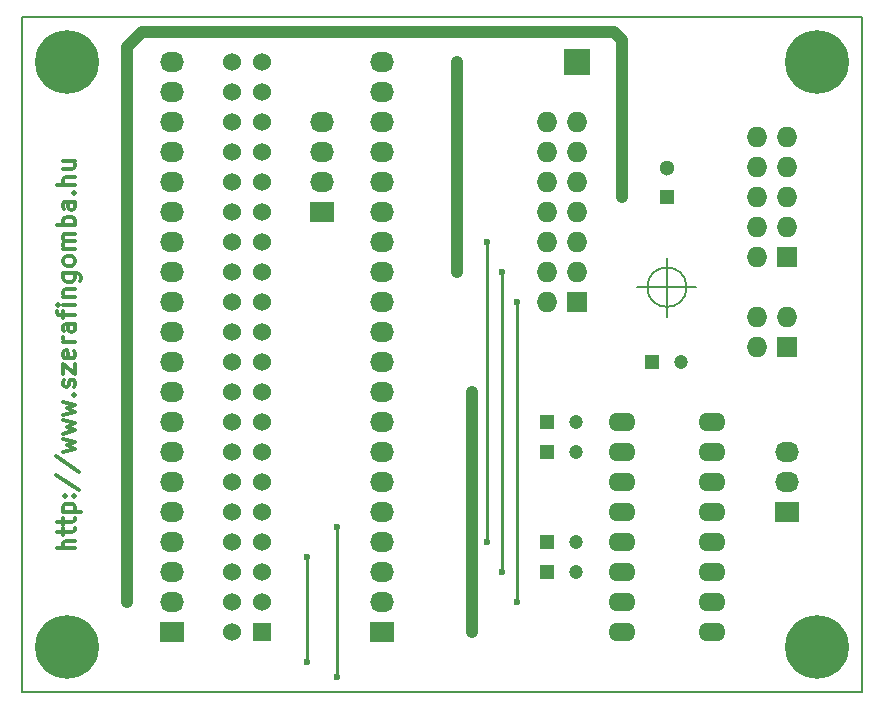
<source format=gbr>
G04 #@! TF.FileFunction,Copper,L1,Top,Signal*
%FSLAX46Y46*%
G04 Gerber Fmt 4.6, Leading zero omitted, Abs format (unit mm)*
G04 Created by KiCad (PCBNEW 4.0.5+dfsg1-4) date Sun Oct  6 15:56:16 2019*
%MOMM*%
%LPD*%
G01*
G04 APERTURE LIST*
%ADD10C,0.150000*%
%ADD11C,0.300000*%
%ADD12C,5.400000*%
%ADD13R,1.524000X1.524000*%
%ADD14C,1.524000*%
%ADD15R,2.032000X1.727200*%
%ADD16O,2.032000X1.727200*%
%ADD17O,2.300000X1.600000*%
%ADD18C,1.300000*%
%ADD19R,1.300000X1.300000*%
%ADD20R,1.200000X1.200000*%
%ADD21C,1.200000*%
%ADD22R,1.727200X1.727200*%
%ADD23O,1.727200X1.727200*%
%ADD24R,2.235200X2.235200*%
%ADD25C,0.600000*%
%ADD26C,1.000000*%
%ADD27C,0.250000*%
%ADD28C,0.500000*%
G04 APERTURE END LIST*
D10*
X156606666Y-93980000D02*
G75*
G03X156606666Y-93980000I-1666666J0D01*
G01*
X152440000Y-93980000D02*
X157440000Y-93980000D01*
X154940000Y-91480000D02*
X154940000Y-96480000D01*
D11*
X104818571Y-116087859D02*
X103318571Y-116087859D01*
X104818571Y-115445002D02*
X104032857Y-115445002D01*
X103890000Y-115516431D01*
X103818571Y-115659288D01*
X103818571Y-115873573D01*
X103890000Y-116016431D01*
X103961429Y-116087859D01*
X103818571Y-114945002D02*
X103818571Y-114373573D01*
X103318571Y-114730716D02*
X104604286Y-114730716D01*
X104747143Y-114659288D01*
X104818571Y-114516430D01*
X104818571Y-114373573D01*
X103818571Y-114087859D02*
X103818571Y-113516430D01*
X103318571Y-113873573D02*
X104604286Y-113873573D01*
X104747143Y-113802145D01*
X104818571Y-113659287D01*
X104818571Y-113516430D01*
X103818571Y-113016430D02*
X105318571Y-113016430D01*
X103890000Y-113016430D02*
X103818571Y-112873573D01*
X103818571Y-112587859D01*
X103890000Y-112445002D01*
X103961429Y-112373573D01*
X104104286Y-112302144D01*
X104532857Y-112302144D01*
X104675714Y-112373573D01*
X104747143Y-112445002D01*
X104818571Y-112587859D01*
X104818571Y-112873573D01*
X104747143Y-113016430D01*
X104675714Y-111659287D02*
X104747143Y-111587859D01*
X104818571Y-111659287D01*
X104747143Y-111730716D01*
X104675714Y-111659287D01*
X104818571Y-111659287D01*
X103890000Y-111659287D02*
X103961429Y-111587859D01*
X104032857Y-111659287D01*
X103961429Y-111730716D01*
X103890000Y-111659287D01*
X104032857Y-111659287D01*
X103247143Y-109873573D02*
X105175714Y-111159287D01*
X103247143Y-108302144D02*
X105175714Y-109587858D01*
X103818571Y-107945000D02*
X104818571Y-107659286D01*
X104104286Y-107373572D01*
X104818571Y-107087857D01*
X103818571Y-106802143D01*
X103818571Y-106373571D02*
X104818571Y-106087857D01*
X104104286Y-105802143D01*
X104818571Y-105516428D01*
X103818571Y-105230714D01*
X103818571Y-104802142D02*
X104818571Y-104516428D01*
X104104286Y-104230714D01*
X104818571Y-103944999D01*
X103818571Y-103659285D01*
X104675714Y-103087856D02*
X104747143Y-103016428D01*
X104818571Y-103087856D01*
X104747143Y-103159285D01*
X104675714Y-103087856D01*
X104818571Y-103087856D01*
X104747143Y-102444999D02*
X104818571Y-102302142D01*
X104818571Y-102016427D01*
X104747143Y-101873570D01*
X104604286Y-101802142D01*
X104532857Y-101802142D01*
X104390000Y-101873570D01*
X104318571Y-102016427D01*
X104318571Y-102230713D01*
X104247143Y-102373570D01*
X104104286Y-102444999D01*
X104032857Y-102444999D01*
X103890000Y-102373570D01*
X103818571Y-102230713D01*
X103818571Y-102016427D01*
X103890000Y-101873570D01*
X103818571Y-101302141D02*
X103818571Y-100516427D01*
X104818571Y-101302141D01*
X104818571Y-100516427D01*
X104747143Y-99373570D02*
X104818571Y-99516427D01*
X104818571Y-99802141D01*
X104747143Y-99944998D01*
X104604286Y-100016427D01*
X104032857Y-100016427D01*
X103890000Y-99944998D01*
X103818571Y-99802141D01*
X103818571Y-99516427D01*
X103890000Y-99373570D01*
X104032857Y-99302141D01*
X104175714Y-99302141D01*
X104318571Y-100016427D01*
X104818571Y-98659284D02*
X103818571Y-98659284D01*
X104104286Y-98659284D02*
X103961429Y-98587856D01*
X103890000Y-98516427D01*
X103818571Y-98373570D01*
X103818571Y-98230713D01*
X104818571Y-97087856D02*
X104032857Y-97087856D01*
X103890000Y-97159285D01*
X103818571Y-97302142D01*
X103818571Y-97587856D01*
X103890000Y-97730713D01*
X104747143Y-97087856D02*
X104818571Y-97230713D01*
X104818571Y-97587856D01*
X104747143Y-97730713D01*
X104604286Y-97802142D01*
X104461429Y-97802142D01*
X104318571Y-97730713D01*
X104247143Y-97587856D01*
X104247143Y-97230713D01*
X104175714Y-97087856D01*
X103818571Y-96587856D02*
X103818571Y-96016427D01*
X104818571Y-96373570D02*
X103532857Y-96373570D01*
X103390000Y-96302142D01*
X103318571Y-96159284D01*
X103318571Y-96016427D01*
X104818571Y-95516427D02*
X103818571Y-95516427D01*
X103318571Y-95516427D02*
X103390000Y-95587856D01*
X103461429Y-95516427D01*
X103390000Y-95444999D01*
X103318571Y-95516427D01*
X103461429Y-95516427D01*
X103818571Y-94802141D02*
X104818571Y-94802141D01*
X103961429Y-94802141D02*
X103890000Y-94730713D01*
X103818571Y-94587855D01*
X103818571Y-94373570D01*
X103890000Y-94230713D01*
X104032857Y-94159284D01*
X104818571Y-94159284D01*
X103818571Y-92802141D02*
X105032857Y-92802141D01*
X105175714Y-92873570D01*
X105247143Y-92944998D01*
X105318571Y-93087855D01*
X105318571Y-93302141D01*
X105247143Y-93444998D01*
X104747143Y-92802141D02*
X104818571Y-92944998D01*
X104818571Y-93230712D01*
X104747143Y-93373570D01*
X104675714Y-93444998D01*
X104532857Y-93516427D01*
X104104286Y-93516427D01*
X103961429Y-93444998D01*
X103890000Y-93373570D01*
X103818571Y-93230712D01*
X103818571Y-92944998D01*
X103890000Y-92802141D01*
X104818571Y-91873569D02*
X104747143Y-92016427D01*
X104675714Y-92087855D01*
X104532857Y-92159284D01*
X104104286Y-92159284D01*
X103961429Y-92087855D01*
X103890000Y-92016427D01*
X103818571Y-91873569D01*
X103818571Y-91659284D01*
X103890000Y-91516427D01*
X103961429Y-91444998D01*
X104104286Y-91373569D01*
X104532857Y-91373569D01*
X104675714Y-91444998D01*
X104747143Y-91516427D01*
X104818571Y-91659284D01*
X104818571Y-91873569D01*
X104818571Y-90730712D02*
X103818571Y-90730712D01*
X103961429Y-90730712D02*
X103890000Y-90659284D01*
X103818571Y-90516426D01*
X103818571Y-90302141D01*
X103890000Y-90159284D01*
X104032857Y-90087855D01*
X104818571Y-90087855D01*
X104032857Y-90087855D02*
X103890000Y-90016426D01*
X103818571Y-89873569D01*
X103818571Y-89659284D01*
X103890000Y-89516426D01*
X104032857Y-89444998D01*
X104818571Y-89444998D01*
X104818571Y-88730712D02*
X103318571Y-88730712D01*
X103890000Y-88730712D02*
X103818571Y-88587855D01*
X103818571Y-88302141D01*
X103890000Y-88159284D01*
X103961429Y-88087855D01*
X104104286Y-88016426D01*
X104532857Y-88016426D01*
X104675714Y-88087855D01*
X104747143Y-88159284D01*
X104818571Y-88302141D01*
X104818571Y-88587855D01*
X104747143Y-88730712D01*
X104818571Y-86730712D02*
X104032857Y-86730712D01*
X103890000Y-86802141D01*
X103818571Y-86944998D01*
X103818571Y-87230712D01*
X103890000Y-87373569D01*
X104747143Y-86730712D02*
X104818571Y-86873569D01*
X104818571Y-87230712D01*
X104747143Y-87373569D01*
X104604286Y-87444998D01*
X104461429Y-87444998D01*
X104318571Y-87373569D01*
X104247143Y-87230712D01*
X104247143Y-86873569D01*
X104175714Y-86730712D01*
X104675714Y-86016426D02*
X104747143Y-85944998D01*
X104818571Y-86016426D01*
X104747143Y-86087855D01*
X104675714Y-86016426D01*
X104818571Y-86016426D01*
X104818571Y-85302140D02*
X103318571Y-85302140D01*
X104818571Y-84659283D02*
X104032857Y-84659283D01*
X103890000Y-84730712D01*
X103818571Y-84873569D01*
X103818571Y-85087854D01*
X103890000Y-85230712D01*
X103961429Y-85302140D01*
X103818571Y-83302140D02*
X104818571Y-83302140D01*
X103818571Y-83944997D02*
X104604286Y-83944997D01*
X104747143Y-83873569D01*
X104818571Y-83730711D01*
X104818571Y-83516426D01*
X104747143Y-83373569D01*
X104675714Y-83302140D01*
D10*
X171450000Y-71120000D02*
X100330000Y-71120000D01*
X171450000Y-128270000D02*
X171450000Y-71120000D01*
X100330000Y-128270000D02*
X171450000Y-128270000D01*
X100330000Y-71120000D02*
X100330000Y-128270000D01*
D12*
X167640000Y-74930000D03*
X104140000Y-74930000D03*
X167640000Y-124460000D03*
X104140000Y-124460000D03*
D13*
X120650000Y-123190000D03*
D14*
X118110000Y-123190000D03*
X120650000Y-110490000D03*
X118110000Y-120650000D03*
X120650000Y-107950000D03*
X118110000Y-118110000D03*
X120650000Y-105410000D03*
X118110000Y-115570000D03*
X120650000Y-102870000D03*
X118110000Y-113030000D03*
X120650000Y-100330000D03*
X118110000Y-110490000D03*
X120650000Y-97790000D03*
X118110000Y-107950000D03*
X120650000Y-95250000D03*
X118110000Y-105410000D03*
X120650000Y-92710000D03*
X118110000Y-102870000D03*
X120650000Y-90170000D03*
X118110000Y-100330000D03*
X120650000Y-87630000D03*
X118110000Y-97790000D03*
X120650000Y-85090000D03*
X118110000Y-95250000D03*
X118110000Y-92710000D03*
X120650000Y-82550000D03*
X118110000Y-90170000D03*
X118110000Y-85090000D03*
X118110000Y-82550000D03*
X118110000Y-80010000D03*
X118110000Y-77470000D03*
X120650000Y-80010000D03*
X120650000Y-77470000D03*
X120650000Y-120650000D03*
X120650000Y-118110000D03*
X120650000Y-115570000D03*
X120650000Y-113030000D03*
X120650000Y-74930000D03*
X118110000Y-74930000D03*
X118110000Y-87630000D03*
D15*
X113030000Y-123190000D03*
D16*
X113030000Y-120650000D03*
X113030000Y-118110000D03*
X113030000Y-115570000D03*
X113030000Y-113030000D03*
X113030000Y-110490000D03*
X113030000Y-107950000D03*
X113030000Y-105410000D03*
X113030000Y-102870000D03*
X113030000Y-100330000D03*
X113030000Y-97790000D03*
X113030000Y-95250000D03*
X113030000Y-92710000D03*
X113030000Y-90170000D03*
X113030000Y-87630000D03*
X113030000Y-85090000D03*
X113030000Y-82550000D03*
X113030000Y-80010000D03*
X113030000Y-77470000D03*
X113030000Y-74930000D03*
D15*
X130810000Y-123190000D03*
D16*
X130810000Y-120650000D03*
X130810000Y-118110000D03*
X130810000Y-115570000D03*
X130810000Y-113030000D03*
X130810000Y-110490000D03*
X130810000Y-107950000D03*
X130810000Y-105410000D03*
X130810000Y-102870000D03*
X130810000Y-100330000D03*
X130810000Y-97790000D03*
X130810000Y-95250000D03*
X130810000Y-92710000D03*
X130810000Y-90170000D03*
X130810000Y-87630000D03*
X130810000Y-85090000D03*
X130810000Y-82550000D03*
X130810000Y-80010000D03*
X130810000Y-77470000D03*
X130810000Y-74930000D03*
D15*
X125730000Y-87630000D03*
D16*
X125730000Y-85090000D03*
X125730000Y-82550000D03*
X125730000Y-80010000D03*
D17*
X151130000Y-105410000D03*
X151130000Y-107950000D03*
X151130000Y-110490000D03*
X151130000Y-113030000D03*
X151130000Y-115570000D03*
X151130000Y-118110000D03*
X151130000Y-120650000D03*
X151130000Y-123190000D03*
X158750000Y-123190000D03*
X158750000Y-120650000D03*
X158750000Y-118110000D03*
X158750000Y-115570000D03*
X158750000Y-113030000D03*
X158750000Y-110490000D03*
X158750000Y-107950000D03*
X158750000Y-105410000D03*
D18*
X154940000Y-83860000D03*
D19*
X154940000Y-86360000D03*
D20*
X144780000Y-105410000D03*
D21*
X147280000Y-105410000D03*
D20*
X153670000Y-100330000D03*
D21*
X156170000Y-100330000D03*
D20*
X144780000Y-115570000D03*
D21*
X147280000Y-115570000D03*
D20*
X144780000Y-118110000D03*
D21*
X147280000Y-118110000D03*
D20*
X144780000Y-107950000D03*
D21*
X147280000Y-107950000D03*
D15*
X165100000Y-113030000D03*
D16*
X165100000Y-110490000D03*
X165100000Y-107950000D03*
D22*
X147320000Y-95250000D03*
D23*
X144780000Y-95250000D03*
X147320000Y-92710000D03*
X144780000Y-92710000D03*
X147320000Y-90170000D03*
X144780000Y-90170000D03*
X147320000Y-87630000D03*
X144780000Y-87630000D03*
X147320000Y-85090000D03*
X144780000Y-85090000D03*
X147320000Y-82550000D03*
X144780000Y-82550000D03*
X147320000Y-80010000D03*
X144780000Y-80010000D03*
D22*
X165100000Y-91440000D03*
D23*
X162560000Y-91440000D03*
X165100000Y-88900000D03*
X162560000Y-88900000D03*
X165100000Y-86360000D03*
X162560000Y-86360000D03*
X165100000Y-83820000D03*
X162560000Y-83820000D03*
X165100000Y-81280000D03*
X162560000Y-81280000D03*
D24*
X147320000Y-74930000D03*
D22*
X165100000Y-99060000D03*
D23*
X162560000Y-99060000D03*
X165100000Y-96520000D03*
X162560000Y-96520000D03*
D25*
X151130000Y-86360000D03*
X109220000Y-120650000D03*
X137160000Y-74930000D03*
X138430000Y-102870000D03*
X138430000Y-123190000D03*
X137160000Y-92710000D03*
X127000000Y-127000000D03*
X127000000Y-114300000D03*
X124460000Y-116840000D03*
X124460000Y-125730000D03*
X142240000Y-120650000D03*
X142240000Y-95250000D03*
X140970000Y-92710000D03*
X140970000Y-118110000D03*
X139700000Y-90170000D03*
X139700000Y-115570000D03*
D26*
X150495000Y-72390000D02*
X151130000Y-73025000D01*
X151130000Y-73025000D02*
X151130000Y-86360000D01*
X137160000Y-72390000D02*
X110490000Y-72390000D01*
X109220000Y-73660000D02*
X109220000Y-120650000D01*
X110490000Y-72390000D02*
X109220000Y-73660000D01*
X137160000Y-72390000D02*
X150495000Y-72390000D01*
X137160000Y-92710000D02*
X137160000Y-74930000D01*
X138430000Y-121920000D02*
X138430000Y-102870000D01*
X138430000Y-123190000D02*
X138430000Y-121920000D01*
D27*
X127000000Y-127000000D02*
X127000000Y-114300000D01*
D28*
X127000000Y-127000000D02*
X127000000Y-127000000D01*
D27*
X124460000Y-116840000D02*
X124460000Y-125730000D01*
X142240000Y-95250000D02*
X142240000Y-120650000D01*
X140970000Y-118110000D02*
X140970000Y-92710000D01*
X139700000Y-115570000D02*
X139700000Y-90170000D01*
M02*

</source>
